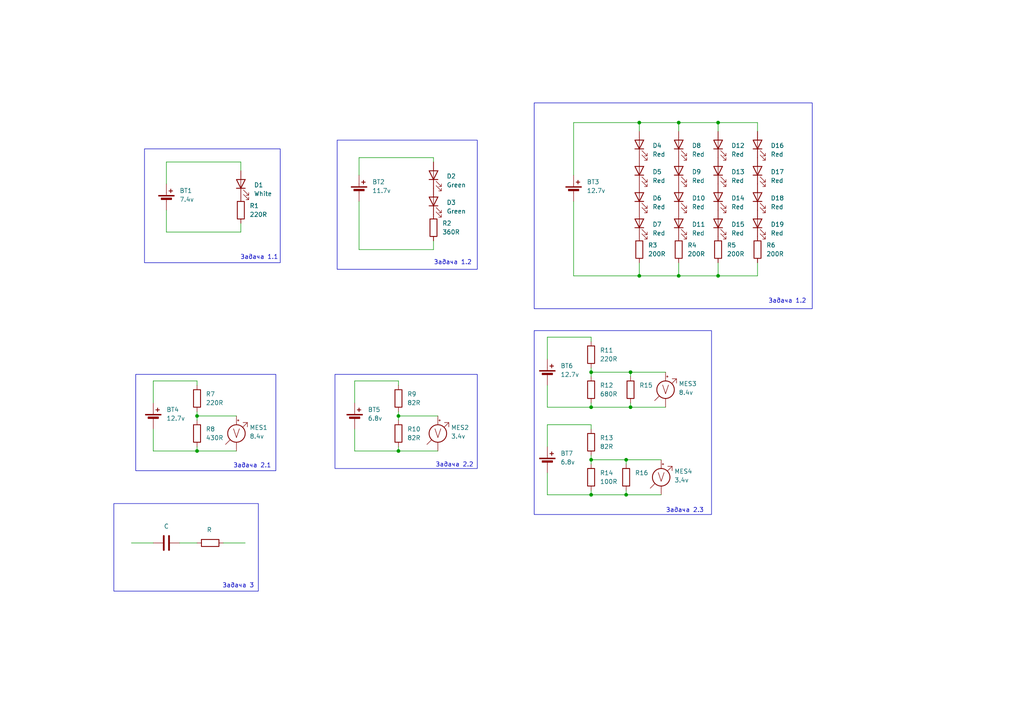
<source format=kicad_sch>
(kicad_sch (version 20231120) (generator "eeschema") (generator_version "8.0")
  (paper "A4")
  (title_block (title "Зеленин Е.В. Схема к домашней работе 3") (company "MIPT"))
  (lib_symbols
    (symbol "Device:Battery_Cell" (pin_numbers hide) (pin_names (offset 0) hide)
      (property "Reference" "BT" (at 2.54 2.54 0))
      (property "Value" "Battery_Cell" (at 2.54 0 0))
      (symbol "Battery_Cell_0_1"
        (rectangle (start -2.286 1.778) (end 2.286 1.524) (fill (type outline)))
        (rectangle (start -1.524 1.016) (end 1.524 0.508) (fill (type outline)))
        (polyline (pts (xy 0 0.762) (xy 0 0)))
        (polyline (pts (xy 0 1.778) (xy 0 2.54)))
        (polyline (pts (xy 0.762 3.048) (xy 1.778 3.048)) (stroke (width 0.254)))
        (polyline (pts (xy 1.27 3.556) (xy 1.27 2.54)) (stroke (width 0.254)))
      )
      (symbol "Battery_Cell_1_1"
        (pin passive line (at 0 5.08 270) (length 2.54) (name "+") (number "1"))
        (pin passive line (at 0 -2.54 90) (length 2.54) (name "-") (number "2"))
      )
    )
    (symbol "Device:C" (pin_numbers hide) (pin_names (offset 0.254))
      (property "Reference" "C" (at 0.635 2.54 0))
      (property "Value" "C" (at 0.635 -2.54 0))
      (symbol "C_0_1"
        (polyline (pts (xy -2.032 -0.762) (xy 2.032 -0.762)) (stroke (width 0.508)))
        (polyline (pts (xy -2.032 0.762) (xy 2.032 0.762)) (stroke (width 0.508)))
      )
      (symbol "C_1_1"
        (pin passive line (at 0 3.81 270) (length 2.794) (name "~") (number "1"))
        (pin passive line (at 0 -3.81 90) (length 2.794) (name "~") (number "2"))
      )
    )
    (symbol "Device:LED" (pin_numbers hide) (pin_names (offset 1.016) hide)
      (property "Reference" "D" (at 0 2.54 0))
      (property "Value" "LED" (at 0 -2.54 0))
      (symbol "LED_0_1"
        (polyline (pts (xy -1.27 -1.27) (xy -1.27 1.27)) (stroke (width 0.254)))
        (polyline (pts (xy -1.27 0) (xy 1.27 0)))
        (polyline (pts (xy 1.27 -1.27) (xy 1.27 1.27) (xy -1.27 0) (xy 1.27 -1.27)) (stroke (width 0.254)))
        (polyline (pts (xy -3.048 -0.762) (xy -4.572 -2.286) (xy -3.81 -2.286) (xy -4.572 -2.286) (xy -4.572 -1.524)))
        (polyline (pts (xy -1.778 -0.762) (xy -3.302 -2.286) (xy -2.54 -2.286) (xy -3.302 -2.286) (xy -3.302 -1.524)))
      )
      (symbol "LED_1_1"
        (pin passive line (at -3.81 0 0) (length 2.54) (name "K") (number "1"))
        (pin passive line (at 3.81 0 180) (length 2.54) (name "A") (number "2"))
      )
    )
    (symbol "Device:R" (pin_numbers hide) (pin_names (offset 0))
      (property "Reference" "R" (at 2.032 0 90))
      (property "Value" "R" (at 0 0 90))
      (symbol "R_0_1"
        (rectangle (start -1.016 -2.54) (end 1.016 2.54) (stroke (width 0.254)))
      )
      (symbol "R_1_1"
        (pin passive line (at 0 3.81 270) (length 1.27) (name "~") (number "1"))
        (pin passive line (at 0 -3.81 90) (length 1.27) (name "~") (number "2"))
      )
    )
    (symbol "Device:Voltmeter_DC" (pin_numbers hide) (pin_names (offset 0.0254) hide)
      (property "Reference" "MES" (at -3.302 1.016 0))
      (property "Value" "Voltmeter_DC" (at -3.302 -0.762 0))
      (symbol "Voltmeter_DC_0_0"
        (polyline (pts (xy -3.175 -3.175) (xy -1.905 -1.905)))
        (polyline (pts (xy 1.905 1.905) (xy 3.175 3.175)))
        (polyline (pts (xy 1.905 3.175) (xy 3.175 3.175) (xy 3.175 1.905)))
        (text "V" (at 0 0 0) (effects (font (size 2.54 2.54))))
      )
      (symbol "Voltmeter_DC_0_1"
        (polyline (pts (xy 0.254 3.81) (xy 0.762 3.81)))
        (polyline (pts (xy 0.508 4.064) (xy 0.508 3.556)))
        (circle (center 0 0) (radius 2.54) (stroke (width 0.254)))
      )
      (symbol "Voltmeter_DC_1_1"
        (pin passive line (at 0 -5.08 90) (length 2.54) (name "-") (number "1"))
        (pin passive line (at 0 5.08 270) (length 2.54) (name "+") (number "2"))
      )
    )
  )
  (junction (at 181.61 133.35))
  (junction (at 196.85 80.01))
  (junction (at 182.88 118.11))
  (junction (at 57.15 130.81))
  (junction (at 115.57 120.65))
  (junction (at 208.28 35.56))
  (junction (at 196.85 35.56))
  (junction (at 208.28 80.01))
  (junction (at 57.15 120.65))
  (junction (at 171.45 107.95))
  (junction (at 185.42 80.01))
  (junction (at 182.88 107.95))
  (junction (at 181.61 143.51))
  (junction (at 171.45 143.51))
  (junction (at 115.57 130.81))
  (junction (at 171.45 118.11))
  (junction (at 171.45 133.35))
  (junction (at 185.42 35.56))
  (wire (pts (xy 182.88 107.95) (xy 193.04 107.95)))
  (wire (pts (xy 57.15 110.49) (xy 57.15 111.76)))
  (wire (pts (xy 181.61 133.35) (xy 181.61 134.62)))
  (wire (pts (xy 57.15 119.38) (xy 57.15 120.65)))
  (wire (pts (xy 171.45 116.84) (xy 171.45 118.11)))
  (wire (pts (xy 44.45 124.46) (xy 44.45 130.81)))
  (wire (pts (xy 196.85 35.56) (xy 196.85 38.1)))
  (wire (pts (xy 208.28 35.56) (xy 219.71 35.56)))
  (wire (pts (xy 208.28 76.2) (xy 208.28 80.01)))
  (wire (pts (xy 115.57 129.54) (xy 115.57 130.81)))
  (wire (pts (xy 171.45 97.79) (xy 171.45 99.06)))
  (wire (pts (xy 171.45 142.24) (xy 171.45 143.51)))
  (wire (pts (xy 57.15 120.65) (xy 68.58 120.65)))
  (wire (pts (xy 185.42 35.56) (xy 196.85 35.56)))
  (wire (pts (xy 104.14 58.42) (xy 104.14 72.39)))
  (wire (pts (xy 196.85 35.56) (xy 208.28 35.56)))
  (wire (pts (xy 102.87 124.46) (xy 102.87 130.81)))
  (wire (pts (xy 115.57 130.81) (xy 127 130.81)))
  (wire (pts (xy 171.45 133.35) (xy 171.45 134.62)))
  (wire (pts (xy 182.88 118.11) (xy 193.04 118.11)))
  (wire (pts (xy 166.37 58.42) (xy 166.37 80.01)))
  (wire (pts (xy 208.28 80.01) (xy 219.71 80.01)))
  (wire (pts (xy 48.26 46.99) (xy 69.85 46.99)))
  (wire (pts (xy 166.37 50.8) (xy 166.37 35.56)))
  (wire (pts (xy 208.28 35.56) (xy 208.28 38.1)))
  (wire (pts (xy 185.42 80.01) (xy 196.85 80.01)))
  (wire (pts (xy 158.75 143.51) (xy 171.45 143.51)))
  (wire (pts (xy 44.45 110.49) (xy 57.15 110.49)))
  (wire (pts (xy 102.87 110.49) (xy 115.57 110.49)))
  (wire (pts (xy 158.75 118.11) (xy 171.45 118.11)))
  (wire (pts (xy 115.57 120.65) (xy 115.57 121.92)))
  (wire (pts (xy 57.15 129.54) (xy 57.15 130.81)))
  (wire (pts (xy 181.61 133.35) (xy 191.77 133.35)))
  (wire (pts (xy 182.88 116.84) (xy 182.88 118.11)))
  (wire (pts (xy 57.15 130.81) (xy 68.58 130.81)))
  (wire (pts (xy 125.73 45.72) (xy 125.73 46.99)))
  (wire (pts (xy 69.85 64.77) (xy 69.85 67.31)))
  (wire (pts (xy 182.88 107.95) (xy 182.88 109.22)))
  (wire (pts (xy 158.75 129.54) (xy 158.75 123.19)))
  (wire (pts (xy 196.85 76.2) (xy 196.85 80.01)))
  (wire (pts (xy 125.73 69.85) (xy 125.73 72.39)))
  (wire (pts (xy 171.45 118.11) (xy 182.88 118.11)))
  (wire (pts (xy 104.14 50.8) (xy 104.14 45.72)))
  (wire (pts (xy 181.61 142.24) (xy 181.61 143.51)))
  (wire (pts (xy 171.45 123.19) (xy 171.45 124.46)))
  (wire (pts (xy 102.87 116.84) (xy 102.87 110.49)))
  (wire (pts (xy 171.45 107.95) (xy 182.88 107.95)))
  (wire (pts (xy 196.85 80.01) (xy 208.28 80.01)))
  (wire (pts (xy 185.42 76.2) (xy 185.42 80.01)))
  (wire (pts (xy 48.26 60.96) (xy 48.26 67.31)))
  (wire (pts (xy 48.26 53.34) (xy 48.26 46.99)))
  (wire (pts (xy 104.14 72.39) (xy 125.73 72.39)))
  (wire (pts (xy 44.45 130.81) (xy 57.15 130.81)))
  (wire (pts (xy 69.85 46.99) (xy 69.85 49.53)))
  (wire (pts (xy 171.45 106.68) (xy 171.45 107.95)))
  (wire (pts (xy 158.75 111.76) (xy 158.75 118.11)))
  (wire (pts (xy 52.07 157.48) (xy 57.15 157.48)))
  (wire (pts (xy 158.75 104.14) (xy 158.75 97.79)))
  (wire (pts (xy 185.42 35.56) (xy 185.42 38.1)))
  (wire (pts (xy 104.14 45.72) (xy 125.73 45.72)))
  (wire (pts (xy 38.1 157.48) (xy 44.45 157.48)))
  (wire (pts (xy 181.61 143.51) (xy 191.77 143.51)))
  (wire (pts (xy 171.45 107.95) (xy 171.45 109.22)))
  (wire (pts (xy 64.77 157.48) (xy 71.12 157.48)))
  (wire (pts (xy 48.26 67.31) (xy 69.85 67.31)))
  (wire (pts (xy 166.37 35.56) (xy 185.42 35.56)))
  (wire (pts (xy 171.45 132.08) (xy 171.45 133.35)))
  (wire (pts (xy 115.57 120.65) (xy 127 120.65)))
  (wire (pts (xy 158.75 97.79) (xy 171.45 97.79)))
  (wire (pts (xy 158.75 137.16) (xy 158.75 143.51)))
  (wire (pts (xy 57.15 120.65) (xy 57.15 121.92)))
  (wire (pts (xy 219.71 35.56) (xy 219.71 38.1)))
  (wire (pts (xy 166.37 80.01) (xy 185.42 80.01)))
  (wire (pts (xy 171.45 133.35) (xy 181.61 133.35)))
  (wire (pts (xy 115.57 110.49) (xy 115.57 111.76)))
  (wire (pts (xy 158.75 123.19) (xy 171.45 123.19)))
  (wire (pts (xy 219.71 80.01) (xy 219.71 76.2)))
  (wire (pts (xy 115.57 119.38) (xy 115.57 120.65)))
  (wire (pts (xy 102.87 130.81) (xy 115.57 130.81)))
  (wire (pts (xy 44.45 116.84) (xy 44.45 110.49)))
  (wire (pts (xy 171.45 143.51) (xy 181.61 143.51)))
  (rectangle (start 154.94 29.845) (end 235.585 89.535))
  (rectangle (start 97.79 40.64) (end 138.43 78.105))
  (rectangle (start 97.155 108.585) (end 138.43 135.89))
  (rectangle (start 154.94 95.885) (end 206.375 149.225))
  (rectangle (start 41.91 43.18) (end 81.28 76.2))
  (rectangle (start 39.37 108.585) (end 80.01 136.525))
  (rectangle (start 33.02 146.05) (end 74.93 171.45))
  (text "Задача 1.1" (at 75.184 74.676 0) (effects (font (size 1.27 1.27))))
  (text "Задача 1.2" (at 228.346 87.376 0) (effects (font (size 1.27 1.27))))
  (text "Задача 1.2" (at 131.318 76.2 0) (effects (font (size 1.27 1.27))))
  (text "Задача 2.1" (at 73.152 135.128 0) (effects (font (size 1.27 1.27))))
  (text "Задача 2.3" (at 198.628 148.082 0) (effects (font (size 1.27 1.27))))
  (text "Задача 2.2" (at 131.826 134.874 0) (effects (font (size 1.27 1.27))))
  (text "Задача 3\n" (at 69.088 169.926 0) (effects (font (size 1.27 1.27))))
  (symbol (lib_id "Device:LED") (at 69.85 53.34 90) (unit 1)
    (property "Reference" "D1" (at 73.66 53.6574 90) (effects (justify right)))
    (property "Value" "White" (at 73.66 56.1974 90) (effects (justify right)))
    (property "Description" "Light emitting diode" (effects (hide yes)))
  )
  (symbol (lib_id "Device:Voltmeter_DC") (at 191.77 138.43 0) (unit 1)
    (property "Reference" "MES4" (at 195.58 136.7154 0) (effects (justify left)))
    (property "Value" "3.4v" (at 195.58 139.2554 0) (effects (justify left)))
    (property "Description" "DC voltmeter" (effects (hide yes)))
  )
  (symbol (lib_id "Device:R") (at 171.45 138.43 0) (unit 1)
    (property "Reference" "R14" (at 173.99 137.1599 0) (effects (justify left)))
    (property "Value" "100R" (at 173.99 139.6999 0) (effects (justify left)))
    (property "Description" "Resistor" (effects (hide yes)))
  )
  (symbol (lib_id "Device:LED") (at 219.71 49.53 90) (unit 1)
    (property "Reference" "D17" (at 223.52 49.8474 90) (effects (justify right)))
    (property "Value" "Red" (at 223.52 52.3874 90) (effects (justify right)))
    (property "Description" "Light emitting diode" (effects (hide yes)))
  )
  (symbol (lib_id "Device:R") (at 115.57 115.57 0) (unit 1)
    (property "Reference" "R9" (at 118.11 114.2999 0) (effects (justify left)))
    (property "Value" "82R" (at 118.11 116.8399 0) (effects (justify left)))
    (property "Description" "Resistor" (effects (hide yes)))
  )
  (symbol (lib_id "Device:Battery_Cell") (at 104.14 55.88 0) (unit 1)
    (property "Reference" "BT2" (at 107.95 52.7684 0) (effects (justify left)))
    (property "Value" "11.7v" (at 107.95 55.3084 0) (effects (justify left)))
    (property "Description" "Single-cell battery" (effects (hide yes)))
  )
  (symbol (lib_id "Device:LED") (at 219.71 64.77 90) (unit 1)
    (property "Reference" "D19" (at 223.52 65.0874 90) (effects (justify right)))
    (property "Value" "Red" (at 223.52 67.6274 90) (effects (justify right)))
    (property "Description" "Light emitting diode" (effects (hide yes)))
  )
  (symbol (lib_id "Device:Battery_Cell") (at 48.26 58.42 0) (unit 1)
    (property "Reference" "BT1" (at 52.07 55.3084 0) (effects (justify left)))
    (property "Value" "7.4v" (at 52.07 57.8484 0) (effects (justify left)))
    (property "Description" "Single-cell battery" (effects (hide yes)))
  )
  (symbol (lib_id "Device:LED") (at 125.73 50.8 90) (unit 1)
    (property "Reference" "D2" (at 129.54 51.1174 90) (effects (justify right)))
    (property "Value" "Green" (at 129.54 53.6574 90) (effects (justify right)))
    (property "Description" "Light emitting diode" (effects (hide yes)))
  )
  (symbol (lib_id "Device:C") (at 48.26 157.48 90) (unit 1)
    (property "Reference" "C" (at 48.26 152.654 90))
    (property "Value" "C" (effects (hide yes)))
    (property "Description" "Unpolarized capacitor" (effects (hide yes)))
  )
  (symbol (lib_id "Device:R") (at 171.45 128.27 0) (unit 1)
    (property "Reference" "R13" (at 173.99 126.9999 0) (effects (justify left)))
    (property "Value" "82R" (at 173.99 129.5399 0) (effects (justify left)))
    (property "Description" "Resistor" (effects (hide yes)))
  )
  (symbol (lib_id "Device:R") (at 57.15 115.57 0) (unit 1)
    (property "Reference" "R7" (at 59.69 114.2999 0) (effects (justify left)))
    (property "Value" "220R" (at 59.69 116.8399 0) (effects (justify left)))
    (property "Description" "Resistor" (effects (hide yes)))
  )
  (symbol (lib_id "Device:R") (at 181.61 138.43 0) (unit 1)
    (property "Reference" "R16" (at 184.15 137.1599 0) (effects (justify left)))
    (property "Value" "82R" (effects (hide yes)))
    (property "Description" "Resistor" (effects (hide yes)))
  )
  (symbol (lib_id "Device:LED") (at 196.85 49.53 90) (unit 1)
    (property "Reference" "D9" (at 200.66 49.8474 90) (effects (justify right)))
    (property "Value" "Red" (at 200.66 52.3874 90) (effects (justify right)))
    (property "Description" "Light emitting diode" (effects (hide yes)))
  )
  (symbol (lib_id "Device:Battery_Cell") (at 44.45 121.92 0) (unit 1)
    (property "Reference" "BT4" (at 48.26 118.8084 0) (effects (justify left)))
    (property "Value" "12.7v" (at 48.26 121.3484 0) (effects (justify left)))
    (property "Description" "Single-cell battery" (effects (hide yes)))
  )
  (symbol (lib_id "Device:LED") (at 208.28 41.91 90) (unit 1)
    (property "Reference" "D12" (at 212.09 42.2274 90) (effects (justify right)))
    (property "Value" "Red" (at 212.09 44.7674 90) (effects (justify right)))
    (property "Description" "Light emitting diode" (effects (hide yes)))
  )
  (symbol (lib_id "Device:Battery_Cell") (at 158.75 109.22 0) (unit 1)
    (property "Reference" "BT6" (at 162.56 106.1084 0) (effects (justify left)))
    (property "Value" "12.7v" (at 162.56 108.6484 0) (effects (justify left)))
    (property "Description" "Single-cell battery" (effects (hide yes)))
  )
  (symbol (lib_id "Device:LED") (at 185.42 64.77 90) (unit 1)
    (property "Reference" "D7" (at 189.23 65.0874 90) (effects (justify right)))
    (property "Value" "Red" (at 189.23 67.6274 90) (effects (justify right)))
    (property "Description" "Light emitting diode" (effects (hide yes)))
  )
  (symbol (lib_id "Device:R") (at 115.57 125.73 0) (unit 1)
    (property "Reference" "R10" (at 118.11 124.4599 0) (effects (justify left)))
    (property "Value" "82R" (at 118.11 126.9999 0) (effects (justify left)))
    (property "Description" "Resistor" (effects (hide yes)))
  )
  (symbol (lib_id "Device:R") (at 69.85 60.96 0) (unit 1)
    (property "Reference" "R1" (at 72.39 59.6899 0) (effects (justify left)))
    (property "Value" "220R" (at 72.39 62.2299 0) (effects (justify left)))
    (property "Description" "Resistor" (effects (hide yes)))
  )
  (symbol (lib_id "Device:LED") (at 185.42 49.53 90) (unit 1)
    (property "Reference" "D5" (at 189.23 49.8474 90) (effects (justify right)))
    (property "Value" "Red" (at 189.23 52.3874 90) (effects (justify right)))
    (property "Description" "Light emitting diode" (effects (hide yes)))
  )
  (symbol (lib_id "Device:R") (at 57.15 125.73 0) (unit 1)
    (property "Reference" "R8" (at 59.69 124.4599 0) (effects (justify left)))
    (property "Value" "430R" (at 59.69 126.9999 0) (effects (justify left)))
    (property "Description" "Resistor" (effects (hide yes)))
  )
  (symbol (lib_id "Device:LED") (at 219.71 57.15 90) (unit 1)
    (property "Reference" "D18" (at 223.52 57.4674 90) (effects (justify right)))
    (property "Value" "Red" (at 223.52 60.0074 90) (effects (justify right)))
    (property "Description" "Light emitting diode" (effects (hide yes)))
  )
  (symbol (lib_id "Device:R") (at 171.45 113.03 0) (unit 1)
    (property "Reference" "R12" (at 173.99 111.7599 0) (effects (justify left)))
    (property "Value" "680R" (at 173.99 114.2999 0) (effects (justify left)))
    (property "Description" "Resistor" (effects (hide yes)))
  )
  (symbol (lib_id "Device:Voltmeter_DC") (at 127 125.73 0) (unit 1)
    (property "Reference" "MES2" (at 130.81 124.0154 0) (effects (justify left)))
    (property "Value" "3.4v" (at 130.81 126.5554 0) (effects (justify left)))
    (property "Description" "DC voltmeter" (effects (hide yes)))
  )
  (symbol (lib_id "Device:R") (at 60.96 157.48 90) (unit 1)
    (property "Reference" "R" (at 60.706 153.67 90))
    (property "Value" "220R" (effects (hide yes)))
    (property "Description" "Resistor" (effects (hide yes)))
  )
  (symbol (lib_id "Device:Battery_Cell") (at 166.37 55.88 0) (unit 1)
    (property "Reference" "BT3" (at 170.18 52.7684 0) (effects (justify left)))
    (property "Value" "12.7v" (at 170.18 55.3084 0) (effects (justify left)))
    (property "Description" "Single-cell battery" (effects (hide yes)))
  )
  (symbol (lib_id "Device:R") (at 171.45 102.87 0) (unit 1)
    (property "Reference" "R11" (at 173.99 101.5999 0) (effects (justify left)))
    (property "Value" "220R" (at 173.99 104.1399 0) (effects (justify left)))
    (property "Description" "Resistor" (effects (hide yes)))
  )
  (symbol (lib_id "Device:R") (at 196.85 72.39 0) (unit 1)
    (property "Reference" "R4" (at 199.39 71.1199 0) (effects (justify left)))
    (property "Value" "200R" (at 199.39 73.6599 0) (effects (justify left)))
    (property "Description" "Resistor" (effects (hide yes)))
  )
  (symbol (lib_id "Device:LED") (at 125.73 58.42 90) (unit 1)
    (property "Reference" "D3" (at 129.54 58.7374 90) (effects (justify right)))
    (property "Value" "Green" (at 129.54 61.2774 90) (effects (justify right)))
    (property "Description" "Light emitting diode" (effects (hide yes)))
  )
  (symbol (lib_id "Device:LED") (at 208.28 49.53 90) (unit 1)
    (property "Reference" "D13" (at 212.09 49.8474 90) (effects (justify right)))
    (property "Value" "Red" (at 212.09 52.3874 90) (effects (justify right)))
    (property "Description" "Light emitting diode" (effects (hide yes)))
  )
  (symbol (lib_id "Device:Voltmeter_DC") (at 193.04 113.03 0) (unit 1)
    (property "Reference" "MES3" (at 196.85 111.3154 0) (effects (justify left)))
    (property "Value" "8.4v" (at 196.85 113.8554 0) (effects (justify left)))
    (property "Description" "DC voltmeter" (effects (hide yes)))
  )
  (symbol (lib_id "Device:LED") (at 196.85 41.91 90) (unit 1)
    (property "Reference" "D8" (at 200.66 42.2274 90) (effects (justify right)))
    (property "Value" "Red" (at 200.66 44.7674 90) (effects (justify right)))
    (property "Description" "Light emitting diode" (effects (hide yes)))
  )
  (symbol (lib_id "Device:LED") (at 185.42 57.15 90) (unit 1)
    (property "Reference" "D6" (at 189.23 57.4674 90) (effects (justify right)))
    (property "Value" "Red" (at 189.23 60.0074 90) (effects (justify right)))
    (property "Description" "Light emitting diode" (effects (hide yes)))
  )
  (symbol (lib_id "Device:R") (at 219.71 72.39 0) (unit 1)
    (property "Reference" "R6" (at 222.25 71.1199 0) (effects (justify left)))
    (property "Value" "200R" (at 222.25 73.6599 0) (effects (justify left)))
    (property "Description" "Resistor" (effects (hide yes)))
  )
  (symbol (lib_id "Device:LED") (at 219.71 41.91 90) (unit 1)
    (property "Reference" "D16" (at 223.52 42.2274 90) (effects (justify right)))
    (property "Value" "Red" (at 223.52 44.7674 90) (effects (justify right)))
    (property "Description" "Light emitting diode" (effects (hide yes)))
  )
  (symbol (lib_id "Device:LED") (at 196.85 64.77 90) (unit 1)
    (property "Reference" "D11" (at 200.66 65.0874 90) (effects (justify right)))
    (property "Value" "Red" (at 200.66 67.6274 90) (effects (justify right)))
    (property "Description" "Light emitting diode" (effects (hide yes)))
  )
  (symbol (lib_id "Device:R") (at 182.88 113.03 0) (unit 1)
    (property "Reference" "R15" (at 185.42 111.7599 0) (effects (justify left)))
    (property "Value" "430R" (effects (hide yes)))
    (property "Description" "Resistor" (effects (hide yes)))
  )
  (symbol (lib_id "Device:LED") (at 185.42 41.91 90) (unit 1)
    (property "Reference" "D4" (at 189.23 42.2274 90) (effects (justify right)))
    (property "Value" "Red" (at 189.23 44.7674 90) (effects (justify right)))
    (property "Description" "Light emitting diode" (effects (hide yes)))
  )
  (symbol (lib_id "Device:R") (at 208.28 72.39 0) (unit 1)
    (property "Reference" "R5" (at 210.82 71.1199 0) (effects (justify left)))
    (property "Value" "200R" (at 210.82 73.6599 0) (effects (justify left)))
    (property "Description" "Resistor" (effects (hide yes)))
  )
  (symbol (lib_id "Device:Battery_Cell") (at 102.87 121.92 0) (unit 1)
    (property "Reference" "BT5" (at 106.68 118.8084 0) (effects (justify left)))
    (property "Value" "6.8v" (at 106.68 121.3484 0) (effects (justify left)))
    (property "Description" "Single-cell battery" (effects (hide yes)))
  )
  (symbol (lib_id "Device:LED") (at 208.28 57.15 90) (unit 1)
    (property "Reference" "D14" (at 212.09 57.4674 90) (effects (justify right)))
    (property "Value" "Red" (at 212.09 60.0074 90) (effects (justify right)))
    (property "Description" "Light emitting diode" (effects (hide yes)))
  )
  (symbol (lib_id "Device:LED") (at 208.28 64.77 90) (unit 1)
    (property "Reference" "D15" (at 212.09 65.0874 90) (effects (justify right)))
    (property "Value" "Red" (at 212.09 67.6274 90) (effects (justify right)))
    (property "Description" "Light emitting diode" (effects (hide yes)))
  )
  (symbol (lib_id "Device:LED") (at 196.85 57.15 90) (unit 1)
    (property "Reference" "D10" (at 200.66 57.4674 90) (effects (justify right)))
    (property "Value" "Red" (at 200.66 60.0074 90) (effects (justify right)))
    (property "Description" "Light emitting diode" (effects (hide yes)))
  )
  (symbol (lib_id "Device:R") (at 125.73 66.04 0) (unit 1)
    (property "Reference" "R2" (at 128.27 64.7699 0) (effects (justify left)))
    (property "Value" "360R" (at 128.27 67.3099 0) (effects (justify left)))
    (property "Description" "Resistor" (effects (hide yes)))
  )
  (symbol (lib_id "Device:R") (at 185.42 72.39 0) (unit 1)
    (property "Reference" "R3" (at 187.96 71.1199 0) (effects (justify left)))
    (property "Value" "200R" (at 187.96 73.6599 0) (effects (justify left)))
    (property "Description" "Resistor" (effects (hide yes)))
  )
  (symbol (lib_id "Device:Voltmeter_DC") (at 68.58 125.73 0) (unit 1)
    (property "Reference" "MES1" (at 72.39 124.0154 0) (effects (justify left)))
    (property "Value" "8.4v" (at 72.39 126.5554 0) (effects (justify left)))
    (property "Description" "DC voltmeter" (effects (hide yes)))
  )
  (symbol (lib_id "Device:Battery_Cell") (at 158.75 134.62 0) (unit 1)
    (property "Reference" "BT7" (at 162.56 131.5084 0) (effects (justify left)))
    (property "Value" "6.8v" (at 162.56 134.0484 0) (effects (justify left)))
    (property "Description" "Single-cell battery" (effects (hide yes)))
  )
)
</source>
